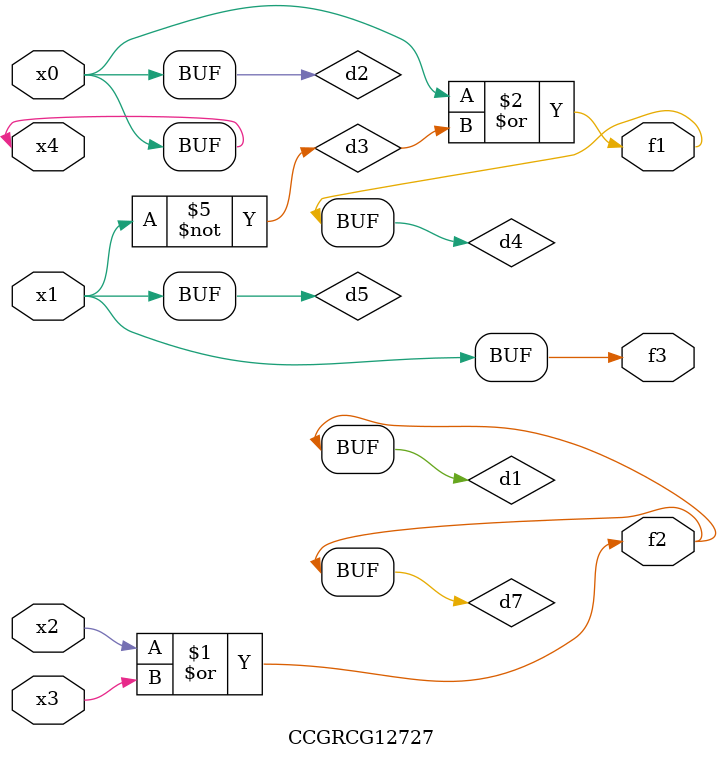
<source format=v>
module CCGRCG12727(
	input x0, x1, x2, x3, x4,
	output f1, f2, f3
);

	wire d1, d2, d3, d4, d5, d6, d7;

	or (d1, x2, x3);
	buf (d2, x0, x4);
	not (d3, x1);
	or (d4, d2, d3);
	not (d5, d3);
	nand (d6, d1, d3);
	or (d7, d1);
	assign f1 = d4;
	assign f2 = d7;
	assign f3 = d5;
endmodule

</source>
